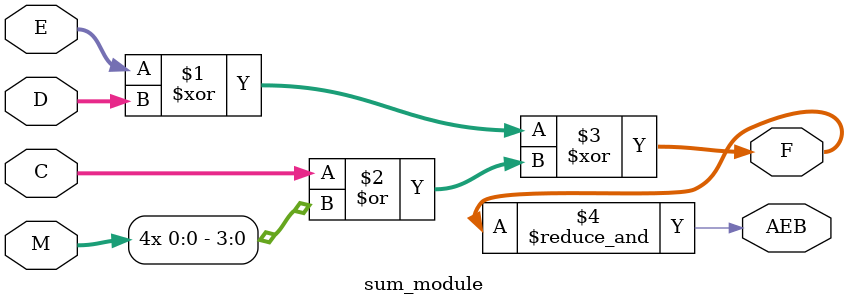
<source format=v>
/*************************************************************************/
/* 74181 - A historic 4 bit ALU                                          */
/*************************************************************************/

module alu74181 (

`ifdef USE_POWER_PINS
	inout vccd1,
	inout vssd1,
`endif

  input [3:0] A, B, S,
  input CNb, M,
  output [3:0] F,
  output AEB, X, Y, CN4b,
  output [7:0] io_oeb
);

  assign io_oeb = 8'b0;

  top_alu74181 top_alu74181 (A, B, S, CNb, M, F, AEB, X, Y, CN4b);

endmodule

/*************************************************************************/

module top_alu74181 (

  input [3:0] A, B, S,
  input CNb, M,
  output [3:0] F,
  output AEB, X, Y, CN4b
);

  wire [3:0] E, D, C, Bb;

  e_module e_mod (A, B, S, E);
  d_module d_mod (A, B, S, D);
  cla_module cla_mod (E, D, CNb, C, X, Y, CN4b);
  sum_module sum_mod (E, D, C, M, F, AEB);

endmodule

/*************************************************************************/

module e_module (

  input [3:0] A, B, S,
  output [3:0] E
);

  wire [3:0]  ABS3, ABbS2;

  assign ABS3 = A&B&{4{S[3]}};
  assign ABbS2 = A&~B&{4{S[2]}};
  assign E = ~(ABS3|ABbS2);

endmodule

/*************************************************************************/

module d_module (

  input [3:0] A, B, S,
  output [3:0] D
);

  wire [3:0]  BbS1, BS0;

  assign BbS1 = ~B&{4{S[1]}};
  assign BS0 = B&{4{S[0]}};
  assign D = ~(BbS1|BS0|A);

endmodule

/*************************************************************************/

module cla_module (

  input [3:0] Gb, Pb,
  input CNb,
  output [3:0] C,
  output X, Y, CN4b
);

  assign C[0] = ~CNb;
  assign C[1] = ~(Pb[0]|(CNb&Gb[0]));
  assign C[2] = ~(Pb[1]|(Pb[0]&Gb[1])|(CNb&Gb[0]&Gb[1]));
  assign C[3] = ~(Pb[2]|(Pb[1]&Gb[2])|(Pb[0]&Gb[1]&Gb[2])|(CNb&Gb[0]&Gb[1]&Gb[2]));
  assign X = ~&Gb;
  assign Y = ~(Pb[3]|(Pb[2]&Gb[3])|(Pb[1]&Gb[2]&Gb[3])|(Pb[0]&Gb[1]&Gb[2]&Gb[3]));
  assign CN4b = ~(Y&~(&Gb&CNb));

endmodule

/*************************************************************************/

module sum_module (

  input [3:0] E, D, C,
  input M,
  output [3:0] F,
  output AEB
);

  assign F = (E ^ D) ^ (C|{4{M}});
  assign AEB = &F;

endmodule

</source>
